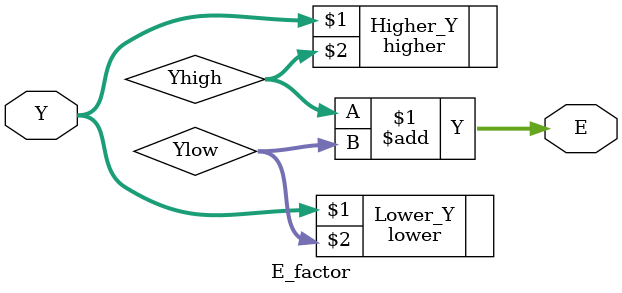
<source format=v>
module E_factor (Y, E);
	input [7:0] Y;
	output [4:0] E;
	
	wire [3:0] Yhigh;
	wire [3:0] Ylow;

	higher Higher_Y (Y, Yhigh);
	lower Lower_Y (Y, Ylow);

    assign E = Yhigh + Ylow;

endmodule

</source>
